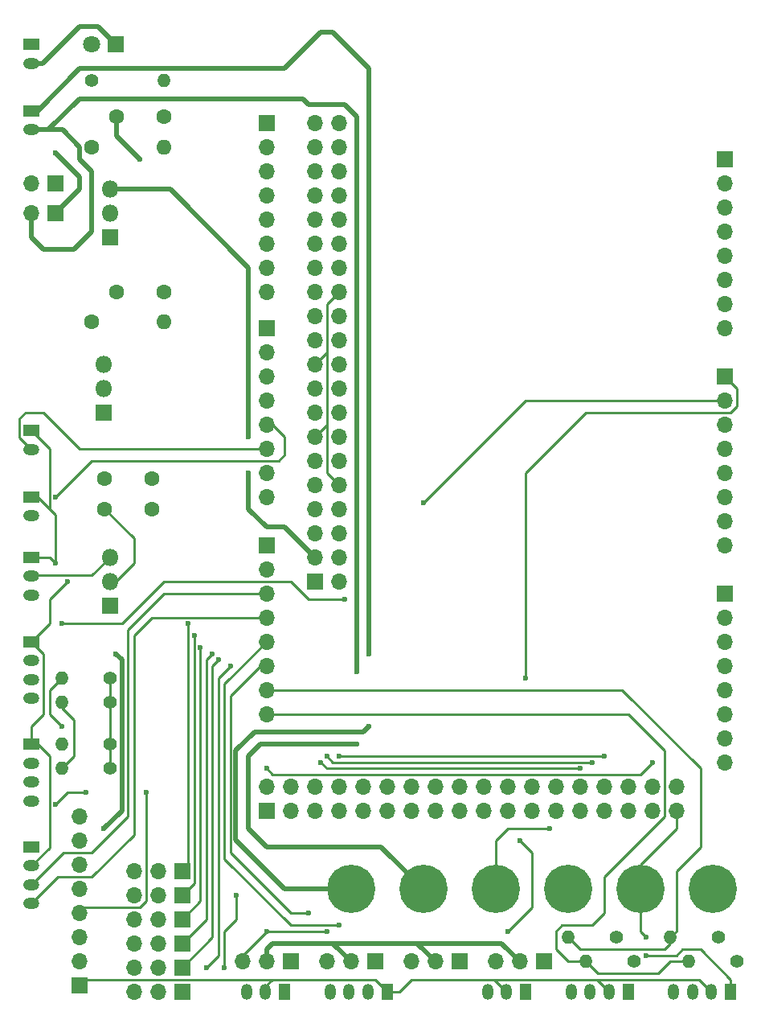
<source format=gbr>
G04 #@! TF.FileFunction,Copper,L1,Top,Signal*
%FSLAX46Y46*%
G04 Gerber Fmt 4.6, Leading zero omitted, Abs format (unit mm)*
G04 Created by KiCad (PCBNEW 4.0.7) date 03/02/18 17:19:26*
%MOMM*%
%LPD*%
G01*
G04 APERTURE LIST*
%ADD10C,0.100000*%
%ADD11R,1.800000X1.800000*%
%ADD12C,1.800000*%
%ADD13R,1.700000X1.700000*%
%ADD14O,1.700000X1.700000*%
%ADD15R,1.200000X1.700000*%
%ADD16O,1.200000X1.700000*%
%ADD17R,1.700000X1.200000*%
%ADD18O,1.700000X1.200000*%
%ADD19C,1.400000*%
%ADD20O,1.400000X1.400000*%
%ADD21C,1.600000*%
%ADD22O,1.600000X1.600000*%
%ADD23O,1.800000X1.800000*%
%ADD24C,5.080000*%
%ADD25C,0.600000*%
%ADD26C,0.500000*%
%ADD27C,0.250000*%
G04 APERTURE END LIST*
D10*
D11*
X113030000Y-56515000D03*
D12*
X110490000Y-56515000D03*
D13*
X158115000Y-153035000D03*
D14*
X155575000Y-153035000D03*
X153035000Y-153035000D03*
D13*
X149225000Y-153035000D03*
D14*
X146685000Y-153035000D03*
X144145000Y-153035000D03*
D13*
X140335000Y-153035000D03*
D14*
X137795000Y-153035000D03*
X135255000Y-153035000D03*
D13*
X131445000Y-153035000D03*
D14*
X128905000Y-153035000D03*
X126365000Y-153035000D03*
D15*
X167005000Y-156210000D03*
D16*
X165005000Y-156210000D03*
X163005000Y-156210000D03*
X161005000Y-156210000D03*
D15*
X177800000Y-156210000D03*
D16*
X175800000Y-156210000D03*
X173800000Y-156210000D03*
X171800000Y-156210000D03*
D17*
X104140000Y-119380000D03*
D18*
X104140000Y-121380000D03*
X104140000Y-123380000D03*
X104140000Y-125380000D03*
D17*
X104140000Y-130175000D03*
D18*
X104140000Y-132175000D03*
X104140000Y-134175000D03*
X104140000Y-136175000D03*
D15*
X156210000Y-156210000D03*
D16*
X154210000Y-156210000D03*
X152210000Y-156210000D03*
D17*
X104140000Y-110490000D03*
D18*
X104140000Y-112490000D03*
X104140000Y-114490000D03*
D17*
X104140000Y-104140000D03*
D18*
X104140000Y-106140000D03*
D17*
X104140000Y-97155000D03*
D18*
X104140000Y-99155000D03*
D15*
X130810000Y-156210000D03*
D16*
X128810000Y-156210000D03*
X126810000Y-156210000D03*
D15*
X141605000Y-156210000D03*
D16*
X139605000Y-156210000D03*
X137605000Y-156210000D03*
X135605000Y-156210000D03*
D17*
X104140000Y-140970000D03*
D18*
X104140000Y-142970000D03*
X104140000Y-144970000D03*
X104140000Y-146970000D03*
D13*
X109220000Y-155575000D03*
D14*
X109220000Y-153035000D03*
X109220000Y-150495000D03*
X109220000Y-147955000D03*
X109220000Y-145415000D03*
X109220000Y-142875000D03*
X109220000Y-140335000D03*
X109220000Y-137795000D03*
D19*
X110490000Y-60325000D03*
D20*
X118110000Y-60325000D03*
D19*
X165735000Y-150495000D03*
D20*
X160655000Y-150495000D03*
D19*
X176530000Y-150495000D03*
D20*
X171450000Y-150495000D03*
D19*
X167640000Y-153035000D03*
D20*
X162560000Y-153035000D03*
D19*
X178435000Y-153035000D03*
D20*
X173355000Y-153035000D03*
D19*
X112395000Y-125730000D03*
D20*
X107315000Y-125730000D03*
D19*
X112395000Y-132715000D03*
D20*
X107315000Y-132715000D03*
D19*
X112395000Y-123190000D03*
D20*
X107315000Y-123190000D03*
D19*
X112395000Y-130175000D03*
D20*
X107315000Y-130175000D03*
D13*
X177165000Y-91440000D03*
D14*
X177165000Y-93980000D03*
X177165000Y-96520000D03*
X177165000Y-99060000D03*
X177165000Y-101600000D03*
X177165000Y-104140000D03*
X177165000Y-106680000D03*
X177165000Y-109220000D03*
D13*
X177165000Y-114300000D03*
D14*
X177165000Y-116840000D03*
X177165000Y-119380000D03*
X177165000Y-121920000D03*
X177165000Y-124460000D03*
X177165000Y-127000000D03*
X177165000Y-129540000D03*
X177165000Y-132080000D03*
D13*
X128905000Y-137160000D03*
D14*
X128905000Y-134620000D03*
X131445000Y-137160000D03*
X131445000Y-134620000D03*
X133985000Y-137160000D03*
X133985000Y-134620000D03*
X136525000Y-137160000D03*
X136525000Y-134620000D03*
X139065000Y-137160000D03*
X139065000Y-134620000D03*
X141605000Y-137160000D03*
X141605000Y-134620000D03*
X144145000Y-137160000D03*
X144145000Y-134620000D03*
X146685000Y-137160000D03*
X146685000Y-134620000D03*
X149225000Y-137160000D03*
X149225000Y-134620000D03*
X151765000Y-137160000D03*
X151765000Y-134620000D03*
X154305000Y-137160000D03*
X154305000Y-134620000D03*
X156845000Y-137160000D03*
X156845000Y-134620000D03*
X159385000Y-137160000D03*
X159385000Y-134620000D03*
X161925000Y-137160000D03*
X161925000Y-134620000D03*
X164465000Y-137160000D03*
X164465000Y-134620000D03*
X167005000Y-137160000D03*
X167005000Y-134620000D03*
X169545000Y-137160000D03*
X169545000Y-134620000D03*
X172085000Y-137160000D03*
X172085000Y-134620000D03*
D13*
X128905000Y-64770000D03*
D14*
X128905000Y-67310000D03*
X128905000Y-69850000D03*
X128905000Y-72390000D03*
X128905000Y-74930000D03*
X128905000Y-77470000D03*
X128905000Y-80010000D03*
X128905000Y-82550000D03*
D13*
X128905000Y-86360000D03*
D14*
X128905000Y-88900000D03*
X128905000Y-91440000D03*
X128905000Y-93980000D03*
X128905000Y-96520000D03*
X128905000Y-99060000D03*
X128905000Y-101600000D03*
X128905000Y-104140000D03*
D13*
X128905000Y-109220000D03*
D14*
X128905000Y-111760000D03*
X128905000Y-114300000D03*
X128905000Y-116840000D03*
X128905000Y-119380000D03*
X128905000Y-121920000D03*
X128905000Y-124460000D03*
X128905000Y-127000000D03*
D13*
X133985000Y-113030000D03*
D14*
X136525000Y-113030000D03*
X133985000Y-110490000D03*
X136525000Y-110490000D03*
X133985000Y-107950000D03*
X136525000Y-107950000D03*
X133985000Y-105410000D03*
X136525000Y-105410000D03*
X133985000Y-102870000D03*
X136525000Y-102870000D03*
X133985000Y-100330000D03*
X136525000Y-100330000D03*
X133985000Y-97790000D03*
X136525000Y-97790000D03*
X133985000Y-95250000D03*
X136525000Y-95250000D03*
X133985000Y-92710000D03*
X136525000Y-92710000D03*
X133985000Y-90170000D03*
X136525000Y-90170000D03*
X133985000Y-87630000D03*
X136525000Y-87630000D03*
X133985000Y-85090000D03*
X136525000Y-85090000D03*
X133985000Y-82550000D03*
X136525000Y-82550000D03*
X133985000Y-80010000D03*
X136525000Y-80010000D03*
X133985000Y-77470000D03*
X136525000Y-77470000D03*
X133985000Y-74930000D03*
X136525000Y-74930000D03*
X133985000Y-72390000D03*
X136525000Y-72390000D03*
X133985000Y-69850000D03*
X136525000Y-69850000D03*
X133985000Y-67310000D03*
X136525000Y-67310000D03*
X133985000Y-64770000D03*
X136525000Y-64770000D03*
D13*
X120015000Y-156210000D03*
D14*
X117475000Y-156210000D03*
X114935000Y-156210000D03*
D13*
X120015000Y-153670000D03*
D14*
X117475000Y-153670000D03*
X114935000Y-153670000D03*
D13*
X120015000Y-151130000D03*
D14*
X117475000Y-151130000D03*
X114935000Y-151130000D03*
D13*
X120015000Y-148590000D03*
D14*
X117475000Y-148590000D03*
X114935000Y-148590000D03*
D13*
X120015000Y-146050000D03*
D14*
X117475000Y-146050000D03*
X114935000Y-146050000D03*
D13*
X120015000Y-143510000D03*
D14*
X117475000Y-143510000D03*
X114935000Y-143510000D03*
D21*
X110490000Y-67310000D03*
D22*
X118110000Y-67310000D03*
D21*
X110490000Y-85725000D03*
D22*
X118110000Y-85725000D03*
D11*
X112395000Y-76835000D03*
D23*
X112395000Y-74295000D03*
X112395000Y-71755000D03*
D11*
X111760000Y-95250000D03*
D23*
X111760000Y-92710000D03*
X111760000Y-90170000D03*
D11*
X112395000Y-115570000D03*
D23*
X112395000Y-113030000D03*
X112395000Y-110490000D03*
D17*
X104140000Y-63500000D03*
D18*
X104140000Y-65500000D03*
D17*
X104140000Y-56515000D03*
D18*
X104140000Y-58515000D03*
D24*
X137795000Y-145415000D03*
X145415000Y-145415000D03*
X168275000Y-145415000D03*
X175895000Y-145415000D03*
X153035000Y-145415000D03*
X160655000Y-145415000D03*
D13*
X106680000Y-74295000D03*
D14*
X104140000Y-74295000D03*
D13*
X106680000Y-71120000D03*
D14*
X104140000Y-71120000D03*
D13*
X177165000Y-68580000D03*
D14*
X177165000Y-71120000D03*
X177165000Y-73660000D03*
X177165000Y-76200000D03*
X177165000Y-78740000D03*
X177165000Y-81280000D03*
X177165000Y-83820000D03*
X177165000Y-86360000D03*
D21*
X116840000Y-102235000D03*
X111840000Y-102235000D03*
X116840000Y-105410000D03*
X111840000Y-105410000D03*
X118110000Y-64135000D03*
X113110000Y-64135000D03*
X118110000Y-82550000D03*
X113110000Y-82550000D03*
D25*
X115570000Y-68580000D03*
X158750000Y-139065000D03*
X128905000Y-149860000D03*
X135255000Y-149860000D03*
X168910000Y-152400000D03*
X168910000Y-150495000D03*
X107950000Y-113030000D03*
X106680000Y-111125000D03*
X106680000Y-67945000D03*
X139700000Y-128270000D03*
X139700000Y-120650000D03*
X138430000Y-122555000D03*
X138430000Y-130175000D03*
X154305000Y-149860000D03*
X155575000Y-140335000D03*
X156210000Y-123190000D03*
X107315000Y-117475000D03*
X145415000Y-104775000D03*
X137160000Y-114935000D03*
X124460000Y-153670000D03*
X125730000Y-146050000D03*
X169545000Y-132080000D03*
X128905000Y-132715000D03*
X109855000Y-135255000D03*
X106680000Y-136525000D03*
X135255000Y-131445000D03*
X163195000Y-132080000D03*
X136525000Y-131445000D03*
X164465000Y-131445000D03*
X161925000Y-132715000D03*
X134620000Y-132080000D03*
X116205000Y-135255000D03*
X120650000Y-117475000D03*
X121285000Y-118745000D03*
X121920000Y-120015000D03*
X123190000Y-120650000D03*
X123825000Y-121285000D03*
X125095000Y-121920000D03*
X122555000Y-153670000D03*
X106680000Y-104140000D03*
X136525000Y-149225000D03*
X133350000Y-147955000D03*
X107315000Y-128270000D03*
X113030000Y-120650000D03*
X111760000Y-139065000D03*
X127000000Y-101600000D03*
X127000000Y-97790000D03*
D26*
X113110000Y-64135000D02*
X113110000Y-66120000D01*
X113110000Y-66120000D02*
X115570000Y-68580000D01*
D27*
X112395000Y-113030000D02*
X113030000Y-113030000D01*
X113030000Y-113030000D02*
X114935000Y-111125000D01*
X114935000Y-111125000D02*
X114935000Y-108505000D01*
X114935000Y-108505000D02*
X111840000Y-105410000D01*
X171450000Y-139700000D02*
X172085000Y-139065000D01*
X168275000Y-142875000D02*
X171450000Y-139700000D01*
X172085000Y-139065000D02*
X172085000Y-137160000D01*
X154305000Y-139065000D02*
X158750000Y-139065000D01*
X153035000Y-140335000D02*
X154305000Y-139065000D01*
X153035000Y-145415000D02*
X153035000Y-140335000D01*
D26*
X104140000Y-58515000D02*
X105315000Y-58515000D01*
X111125000Y-54610000D02*
X113030000Y-56515000D01*
X109220000Y-54610000D02*
X111125000Y-54610000D01*
X105315000Y-58515000D02*
X109220000Y-54610000D01*
D27*
X168275000Y-145415000D02*
X168275000Y-142875000D01*
X135255000Y-96520000D02*
X135255000Y-101600000D01*
X135255000Y-101600000D02*
X136525000Y-102870000D01*
X135255000Y-88900000D02*
X135255000Y-96520000D01*
X135255000Y-96520000D02*
X133985000Y-97790000D01*
X135255000Y-83820000D02*
X136525000Y-82550000D01*
X135255000Y-88900000D02*
X135255000Y-83820000D01*
X133985000Y-90170000D02*
X135255000Y-88900000D01*
X126365000Y-153035000D02*
X126365000Y-152400000D01*
X126365000Y-152400000D02*
X128905000Y-149860000D01*
X128905000Y-149860000D02*
X135255000Y-149860000D01*
X177800000Y-156210000D02*
X177800000Y-154940000D01*
X174625000Y-151765000D02*
X177800000Y-154940000D01*
X172720000Y-151765000D02*
X174625000Y-151765000D01*
X172085000Y-152400000D02*
X172720000Y-151765000D01*
X172085000Y-152400000D02*
X168910000Y-152400000D01*
X168275000Y-149860000D02*
X168275000Y-145415000D01*
X168910000Y-150495000D02*
X168275000Y-149860000D01*
X104140000Y-97155000D02*
X106045000Y-99060000D01*
X106045000Y-99060000D02*
X106045000Y-105410000D01*
X104140000Y-104140000D02*
X104775000Y-104140000D01*
X104775000Y-104140000D02*
X106045000Y-105410000D01*
X106045000Y-105410000D02*
X106680000Y-106045000D01*
X106680000Y-106045000D02*
X106680000Y-111125000D01*
X104140000Y-110490000D02*
X106045000Y-110490000D01*
X106045000Y-117475000D02*
X104140000Y-119380000D01*
X106045000Y-114935000D02*
X106045000Y-117475000D01*
X107950000Y-113030000D02*
X106045000Y-114935000D01*
X106045000Y-110490000D02*
X106680000Y-111125000D01*
X104140000Y-130175000D02*
X104775000Y-130175000D01*
X104775000Y-130175000D02*
X106045000Y-131445000D01*
X106045000Y-141065000D02*
X104140000Y-142970000D01*
X106045000Y-131445000D02*
X106045000Y-141065000D01*
X104140000Y-130175000D02*
X104140000Y-128270000D01*
X105410000Y-120650000D02*
X104140000Y-119380000D01*
X105410000Y-127000000D02*
X105410000Y-120650000D01*
X104140000Y-128270000D02*
X105410000Y-127000000D01*
X109855000Y-154940000D02*
X116840000Y-154940000D01*
X121920000Y-154940000D02*
X129540000Y-154940000D01*
X116840000Y-154940000D02*
X121920000Y-154940000D01*
X109855000Y-154940000D02*
X109220000Y-155575000D01*
X112395000Y-130175000D02*
X112395000Y-125730000D01*
X112395000Y-132715000D02*
X112395000Y-130175000D01*
X112395000Y-125730000D02*
X112395000Y-123190000D01*
X112395000Y-110490000D02*
X110490000Y-112395000D01*
X110490000Y-112395000D02*
X104235000Y-112395000D01*
X104235000Y-112395000D02*
X104140000Y-112490000D01*
X128810000Y-156210000D02*
X128810000Y-155670000D01*
X128810000Y-155670000D02*
X129540000Y-154940000D01*
X129540000Y-154940000D02*
X140335000Y-154940000D01*
X140335000Y-154940000D02*
X141605000Y-156210000D01*
X163735000Y-154940000D02*
X174530000Y-154940000D01*
X174530000Y-154940000D02*
X175800000Y-156210000D01*
X152940000Y-154940000D02*
X163735000Y-154940000D01*
X163735000Y-154940000D02*
X165005000Y-156210000D01*
X141605000Y-156210000D02*
X142875000Y-156210000D01*
X152940000Y-154940000D02*
X154210000Y-156210000D01*
X144145000Y-154940000D02*
X152940000Y-154940000D01*
X142875000Y-156210000D02*
X144145000Y-154940000D01*
D26*
X109220000Y-71755000D02*
X106680000Y-74295000D01*
X109220000Y-70485000D02*
X109220000Y-71755000D01*
X106680000Y-67945000D02*
X109220000Y-70485000D01*
X109220000Y-59055000D02*
X130810000Y-59055000D01*
X104775000Y-63500000D02*
X109220000Y-59055000D01*
X135890000Y-55245000D02*
X139700000Y-59055000D01*
X134620000Y-55245000D02*
X135890000Y-55245000D01*
X130810000Y-59055000D02*
X134620000Y-55245000D01*
X104140000Y-63500000D02*
X104775000Y-63500000D01*
X139065000Y-128905000D02*
X139700000Y-128270000D01*
X130810000Y-145415000D02*
X137795000Y-145415000D01*
X125670002Y-140275002D02*
X130810000Y-145415000D01*
X125670002Y-130869998D02*
X125670002Y-140275002D01*
X127635000Y-128905000D02*
X125670002Y-130869998D01*
X139700000Y-64135000D02*
X139700000Y-120650000D01*
X127635000Y-128905000D02*
X139065000Y-128905000D01*
X139700000Y-59055000D02*
X139700000Y-64135000D01*
X109220000Y-67310000D02*
X109220000Y-68580000D01*
X107410000Y-65500000D02*
X109220000Y-67310000D01*
X109220000Y-77470000D02*
X108585000Y-78105000D01*
X108585000Y-78105000D02*
X105410000Y-78105000D01*
X105410000Y-78105000D02*
X104140000Y-76835000D01*
X104140000Y-74295000D02*
X104140000Y-76835000D01*
X107410000Y-65500000D02*
X104140000Y-65500000D01*
X110490000Y-76200000D02*
X109220000Y-77470000D01*
X110490000Y-69850000D02*
X110490000Y-76200000D01*
X109220000Y-68580000D02*
X110490000Y-69850000D01*
X128270000Y-130175000D02*
X127000000Y-131445000D01*
X127000000Y-131445000D02*
X127000000Y-139065000D01*
X127000000Y-139065000D02*
X128905000Y-140970000D01*
X128905000Y-140970000D02*
X140970000Y-140970000D01*
X145415000Y-145415000D02*
X140970000Y-140970000D01*
X109220000Y-62230000D02*
X132715000Y-62230000D01*
X105950000Y-65500000D02*
X109220000Y-62230000D01*
X138430000Y-64135000D02*
X138430000Y-122555000D01*
X138430000Y-130175000D02*
X128270000Y-130175000D01*
X105950000Y-65500000D02*
X104140000Y-65500000D01*
X137160000Y-62865000D02*
X138430000Y-64135000D01*
X133350000Y-62865000D02*
X137160000Y-62865000D01*
X132715000Y-62230000D02*
X133350000Y-62865000D01*
D27*
X177165000Y-91440000D02*
X178435000Y-92710000D01*
X156845000Y-147320000D02*
X154305000Y-149860000D01*
X156845000Y-141605000D02*
X156845000Y-147320000D01*
X155575000Y-140335000D02*
X156845000Y-141605000D01*
X156210000Y-101600000D02*
X156210000Y-123190000D01*
X162560000Y-95250000D02*
X156210000Y-101600000D01*
X177800000Y-95250000D02*
X162560000Y-95250000D01*
X178435000Y-94615000D02*
X177800000Y-95250000D01*
X178435000Y-92710000D02*
X178435000Y-94615000D01*
X130810000Y-113030000D02*
X131445000Y-113030000D01*
X177165000Y-93980000D02*
X162560000Y-93980000D01*
X118110000Y-113030000D02*
X130810000Y-113030000D01*
X113665000Y-117475000D02*
X118110000Y-113030000D01*
X107315000Y-117475000D02*
X113665000Y-117475000D01*
X156210000Y-93980000D02*
X162560000Y-93980000D01*
X145415000Y-104775000D02*
X156210000Y-93980000D01*
X133350000Y-114935000D02*
X137160000Y-114935000D01*
X131445000Y-113030000D02*
X133350000Y-114935000D01*
X168275000Y-133350000D02*
X129540000Y-133350000D01*
X169545000Y-132080000D02*
X168275000Y-133350000D01*
X124460000Y-153670000D02*
X124460000Y-149860000D01*
X124460000Y-149860000D02*
X125730000Y-148590000D01*
X125730000Y-148590000D02*
X125730000Y-146050000D01*
X129540000Y-133350000D02*
X128905000Y-132715000D01*
X109855000Y-135255000D02*
X107950000Y-135255000D01*
X107950000Y-135255000D02*
X106680000Y-136525000D01*
X135890000Y-132080000D02*
X163195000Y-132080000D01*
X135255000Y-131445000D02*
X135890000Y-132080000D01*
X136525000Y-131445000D02*
X164465000Y-131445000D01*
X135255000Y-132715000D02*
X161925000Y-132715000D01*
X134620000Y-132080000D02*
X135255000Y-132715000D01*
X109220000Y-147955000D02*
X109855000Y-147320000D01*
X115570000Y-147320000D02*
X109855000Y-147320000D01*
X116205000Y-146685000D02*
X115570000Y-147320000D01*
X116205000Y-135255000D02*
X116205000Y-146685000D01*
X120650000Y-142875000D02*
X120650000Y-139700000D01*
X120650000Y-117475000D02*
X120650000Y-139700000D01*
X120650000Y-142875000D02*
X120015000Y-143510000D01*
X121285000Y-142875000D02*
X121285000Y-144780000D01*
X121285000Y-142875000D02*
X121285000Y-118745000D01*
X121285000Y-144780000D02*
X120015000Y-146050000D01*
X121920000Y-144780000D02*
X121920000Y-146685000D01*
X121920000Y-144780000D02*
X121920000Y-120015000D01*
X121920000Y-146685000D02*
X120015000Y-148590000D01*
X122555000Y-146685000D02*
X122555000Y-148590000D01*
X123190000Y-120650000D02*
X122555000Y-121285000D01*
X122555000Y-121285000D02*
X122555000Y-146685000D01*
X122555000Y-148590000D02*
X120015000Y-151130000D01*
X123190000Y-148590000D02*
X123190000Y-150495000D01*
X123190000Y-121920000D02*
X123825000Y-121285000D01*
X123190000Y-148590000D02*
X123190000Y-121920000D01*
X123190000Y-150495000D02*
X120015000Y-153670000D01*
X123825000Y-150495000D02*
X123825000Y-152400000D01*
X125095000Y-121920000D02*
X123825000Y-123190000D01*
X123825000Y-123190000D02*
X123825000Y-150495000D01*
X123825000Y-152400000D02*
X122555000Y-153670000D01*
X128905000Y-96520000D02*
X129540000Y-96520000D01*
X129540000Y-96520000D02*
X130810000Y-97790000D01*
X130810000Y-97790000D02*
X130810000Y-99695000D01*
X130810000Y-99695000D02*
X130175000Y-100330000D01*
X130175000Y-100330000D02*
X110490000Y-100330000D01*
X110490000Y-100330000D02*
X106680000Y-104140000D01*
X128905000Y-99060000D02*
X109220000Y-99060000D01*
X102870000Y-97885000D02*
X104140000Y-99155000D01*
X102870000Y-95885000D02*
X102870000Y-97885000D01*
X103505000Y-95250000D02*
X102870000Y-95885000D01*
X105410000Y-95250000D02*
X103505000Y-95250000D01*
X109220000Y-99060000D02*
X105410000Y-95250000D01*
X114300000Y-137795000D02*
X110490000Y-141605000D01*
X114300000Y-118110000D02*
X114300000Y-137795000D01*
X118110000Y-114300000D02*
X114300000Y-118110000D01*
X128905000Y-114300000D02*
X118110000Y-114300000D01*
X107505000Y-141605000D02*
X104140000Y-144970000D01*
X110490000Y-141605000D02*
X107505000Y-141605000D01*
X114935000Y-138430000D02*
X114935000Y-139700000D01*
X116840000Y-116840000D02*
X114935000Y-118745000D01*
X114935000Y-118745000D02*
X114935000Y-138430000D01*
X128905000Y-116840000D02*
X116840000Y-116840000D01*
X106965000Y-144145000D02*
X104140000Y-146970000D01*
X110490000Y-144145000D02*
X106965000Y-144145000D01*
X114935000Y-139700000D02*
X110490000Y-144145000D01*
X128905000Y-119380000D02*
X124460000Y-123825000D01*
X131445000Y-149225000D02*
X136525000Y-149225000D01*
X124460000Y-142240000D02*
X131445000Y-149225000D01*
X124460000Y-123825000D02*
X124460000Y-142240000D01*
X128905000Y-121920000D02*
X128270000Y-121920000D01*
X128270000Y-121920000D02*
X125095000Y-125095000D01*
X125095000Y-125095000D02*
X125095000Y-141605000D01*
X125095000Y-141605000D02*
X131445000Y-147955000D01*
X131445000Y-147955000D02*
X133350000Y-147955000D01*
X107315000Y-125730000D02*
X107315000Y-126365000D01*
X107315000Y-126365000D02*
X108585000Y-127635000D01*
X108585000Y-131445000D02*
X107315000Y-132715000D01*
X108585000Y-127635000D02*
X108585000Y-131445000D01*
X160655000Y-150495000D02*
X161925000Y-151765000D01*
X170815000Y-151765000D02*
X171450000Y-151130000D01*
X161925000Y-151765000D02*
X170815000Y-151765000D01*
X171450000Y-151130000D02*
X171450000Y-150495000D01*
X128905000Y-124460000D02*
X166370000Y-124460000D01*
X172085000Y-149860000D02*
X171450000Y-150495000D01*
X172085000Y-143510000D02*
X172085000Y-149860000D01*
X174625000Y-140970000D02*
X172085000Y-143510000D01*
X174625000Y-132715000D02*
X174625000Y-140970000D01*
X166370000Y-124460000D02*
X174625000Y-132715000D01*
X170815000Y-130810000D02*
X170815000Y-137795000D01*
X128905000Y-127000000D02*
X167005000Y-127000000D01*
X170815000Y-130810000D02*
X167005000Y-127000000D01*
X170815000Y-137795000D02*
X164465000Y-144145000D01*
X164465000Y-144145000D02*
X164465000Y-147955000D01*
X164465000Y-147955000D02*
X163195000Y-149225000D01*
X163195000Y-149225000D02*
X160020000Y-149225000D01*
X160020000Y-149225000D02*
X159385000Y-149860000D01*
X159385000Y-149860000D02*
X159385000Y-151765000D01*
X159385000Y-151765000D02*
X160655000Y-153035000D01*
X160655000Y-153035000D02*
X162560000Y-153035000D01*
X107315000Y-128270000D02*
X106045000Y-127000000D01*
X106045000Y-127000000D02*
X106045000Y-124460000D01*
X106045000Y-124460000D02*
X107315000Y-123190000D01*
X173355000Y-153035000D02*
X171450000Y-153035000D01*
X171450000Y-153035000D02*
X170180000Y-154305000D01*
X170180000Y-154305000D02*
X163830000Y-154305000D01*
X163830000Y-154305000D02*
X162560000Y-153035000D01*
D26*
X113665000Y-137160000D02*
X111760000Y-139065000D01*
X113030000Y-120650000D02*
X113665000Y-121285000D01*
X113665000Y-121285000D02*
X113665000Y-137160000D01*
X144780000Y-151130000D02*
X153670000Y-151130000D01*
X153670000Y-151130000D02*
X155575000Y-153035000D01*
X135890000Y-151130000D02*
X144780000Y-151130000D01*
X144780000Y-151130000D02*
X146685000Y-153035000D01*
X128905000Y-153035000D02*
X128905000Y-151765000D01*
X135890000Y-151130000D02*
X137795000Y-153035000D01*
X129540000Y-151130000D02*
X135890000Y-151130000D01*
X128905000Y-151765000D02*
X129540000Y-151130000D01*
X112395000Y-71755000D02*
X118745000Y-71755000D01*
X130810000Y-107315000D02*
X133985000Y-110490000D01*
X128905000Y-107315000D02*
X130810000Y-107315000D01*
X127000000Y-105410000D02*
X128905000Y-107315000D01*
X127000000Y-101600000D02*
X127000000Y-105410000D01*
X127000000Y-80010000D02*
X127000000Y-97790000D01*
X118745000Y-71755000D02*
X127000000Y-80010000D01*
M02*

</source>
